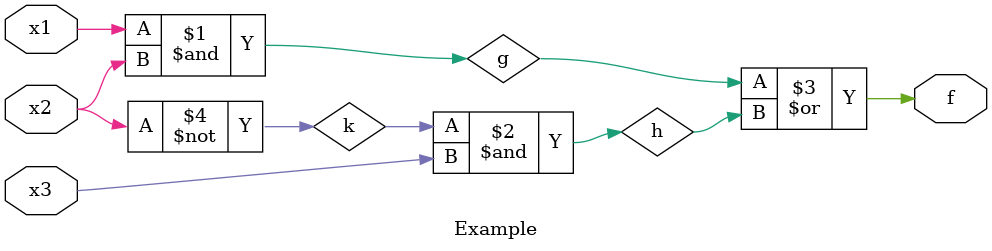
<source format=v>
module Example(x1, x2, x3, f);
input x1, x2, x3;
output f;
and (g, x1, x2);
not (k, x2);
and (h, k, x3);
or (f, g, h);
endmodule

</source>
